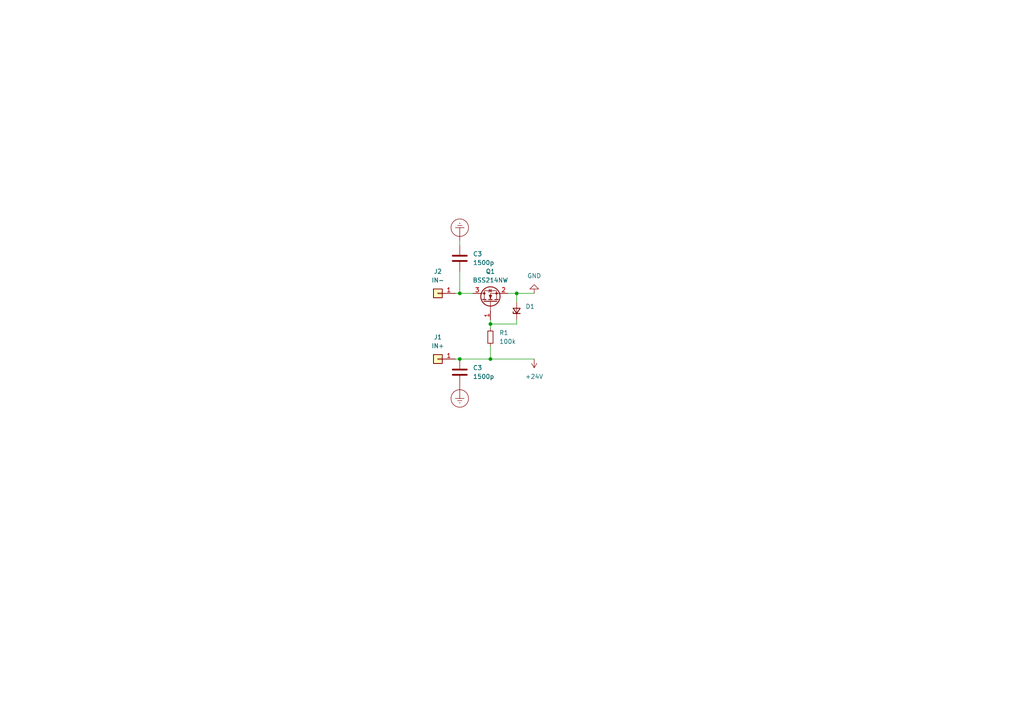
<source format=kicad_sch>
(kicad_sch (version 20230121) (generator eeschema)
  (paper "A4")
  (lib_symbols
    (symbol "Connector_Generic:Conn_01x01" (pin_names (offset 1.016) hide)
      (property "Reference" "J" (at 0 2.54 0))
      (property "Value" "Conn_01x01" (at 0 -2.54 0))
      (symbol "Conn_01x01_1_1"
        (rectangle (start -1.27 0.127) (end 0 -0.127) (stroke (width 0.1524)))
        (rectangle (start -1.27 1.27) (end 1.27 -1.27) (stroke (width 0.254)) (fill (type background)))
        (pin passive line (at -5.08 0 0) (length 3.81) (name "Pin_1") (number "1"))
      )
    )
    (symbol "Device:C" (pin_numbers hide) (pin_names (offset 0.254))
      (property "Reference" "C" (at 0.635 2.54 0))
      (property "Value" "C" (at 0.635 -2.54 0))
      (symbol "C_0_1"
        (polyline (pts (xy -2.032 -0.762) (xy 2.032 -0.762)) (stroke (width 0.508)))
        (polyline (pts (xy -2.032 0.762) (xy 2.032 0.762)) (stroke (width 0.508)))
      )
      (symbol "C_1_1"
        (pin passive line (at 0 3.81 270) (length 2.794) (name "~") (number "1"))
        (pin passive line (at 0 -3.81 90) (length 2.794) (name "~") (number "2"))
      )
    )
    (symbol "Device:D_Zener_Small" (pin_numbers hide) (pin_names (offset 0.254) hide)
      (property "Reference" "D" (at 0 2.286 0))
      (property "Value" "D_Zener_Small" (at 0 -2.286 0))
      (symbol "D_Zener_Small_0_1"
        (polyline (pts (xy 0.762 0) (xy -0.762 0)))
        (polyline (pts (xy -0.254 1.016) (xy -0.762 1.016) (xy -0.762 -1.016)) (stroke (width 0.254)))
        (polyline (pts (xy 0.762 1.016) (xy -0.762 0) (xy 0.762 -1.016) (xy 0.762 1.016)) (stroke (width 0.254)))
      )
      (symbol "D_Zener_Small_1_1"
        (pin passive line (at -2.54 0 0) (length 1.778) (name "K") (number "1"))
        (pin passive line (at 2.54 0 180) (length 1.778) (name "A") (number "2"))
      )
    )
    (symbol "Device:R_Small" (pin_numbers hide) (pin_names (offset 0.254) hide)
      (property "Reference" "R" (at 0.762 0.508 0))
      (property "Value" "R_Small" (at 0.762 -1.016 0))
      (symbol "R_Small_0_1"
        (rectangle (start -0.762 1.778) (end 0.762 -1.778) (stroke (width 0.2032)))
      )
      (symbol "R_Small_1_1"
        (pin passive line (at 0 2.54 270) (length 0.762) (name "~") (number "1"))
        (pin passive line (at 0 -2.54 90) (length 0.762) (name "~") (number "2"))
      )
    )
    (symbol "Transistor_FET:BSS214NW" (pin_names hide)
      (property "Reference" "Q" (at 5.08 1.905 0))
      (property "Value" "BSS214NW" (at 5.08 0 0))
      (symbol "BSS214NW_0_1"
        (polyline (pts (xy 0.254 0) (xy -2.54 0)))
        (polyline (pts (xy 0.254 1.905) (xy 0.254 -1.905)) (stroke (width 0.254)))
        (polyline (pts (xy 0.762 -1.27) (xy 0.762 -2.286)) (stroke (width 0.254)))
        (polyline (pts (xy 0.762 0.508) (xy 0.762 -0.508)) (stroke (width 0.254)))
        (polyline (pts (xy 0.762 2.286) (xy 0.762 1.27)) (stroke (width 0.254)))
        (polyline (pts (xy 2.54 2.54) (xy 2.54 1.778)))
        (polyline (pts (xy 2.54 -2.54) (xy 2.54 0) (xy 0.762 0)))
        (polyline (pts (xy 0.762 -1.778) (xy 3.302 -1.778) (xy 3.302 1.778) (xy 0.762 1.778)))
        (polyline (pts (xy 1.016 0) (xy 2.032 0.381) (xy 2.032 -0.381) (xy 1.016 0)) (fill (type outline)))
        (polyline (pts (xy 2.794 0.508) (xy 2.921 0.381) (xy 3.683 0.381) (xy 3.81 0.254)))
        (polyline (pts (xy 3.302 0.381) (xy 2.921 -0.254) (xy 3.683 -0.254) (xy 3.302 0.381)))
        (circle (center 1.651 0) (radius 2.794) (stroke (width 0.254)))
        (circle (center 2.54 -1.778) (radius 0.254) (fill (type outline)))
        (circle (center 2.54 1.778) (radius 0.254) (fill (type outline)))
      )
      (symbol "BSS214NW_1_1"
        (pin input line (at -5.08 0 0) (length 2.54) (name "G") (number "1"))
        (pin passive line (at 2.54 -5.08 90) (length 2.54) (name "S") (number "2"))
        (pin passive line (at 2.54 5.08 270) (length 2.54) (name "D") (number "3"))
      )
    )
    (symbol "power:+24V" (power) (pin_names (offset 0))
      (property "Value" "+24V" (at 0 3.556 0))
      (symbol "+24V_0_1"
        (polyline (pts (xy -0.762 1.27) (xy 0 2.54)))
        (polyline (pts (xy 0 0) (xy 0 2.54)))
        (polyline (pts (xy 0 2.54) (xy 0.762 1.27)))
      )
      (symbol "+24V_1_1"
        (pin power_in line (at 0 0 90) (length 0) hide (name "+24V") (number "1"))
      )
    )
    (symbol "power:Earth_Protective" (power) (pin_names (offset 0))
      (symbol "Earth_Protective_0_1"
        (circle (center 0 -3.81) (radius 2.54))
        (polyline (pts (xy -0.635 -4.445) (xy 0.635 -4.445)))
        (polyline (pts (xy -0.127 -5.08) (xy 0.127 -5.08)))
        (polyline (pts (xy 0 -3.81) (xy 0 0)))
        (polyline (pts (xy 1.27 -3.81) (xy -1.27 -3.81)))
      )
      (symbol "Earth_Protective_1_1"
        (pin power_in line (at 0 0 270) (length 0) hide (name "Earth_Protective") (number "1"))
      )
    )
    (symbol "power:GND" (power) (pin_names (offset 0))
      (property "Value" "GND" (at 0 -3.81 0))
      (symbol "GND_0_1"
        (polyline (pts (xy 0 0) (xy 0 -1.27) (xy 1.27 -1.27) (xy 0 -2.54) (xy -1.27 -1.27) (xy 0 -1.27)))
      )
      (symbol "GND_1_1"
        (pin power_in line (at 0 0 270) (length 0) hide (name "GND") (number "1"))
      )
    )
  )
  (junction (at 142.24 104.14))
  (junction (at 133.35 104.14))
  (junction (at 149.86 85.09))
  (junction (at 142.24 93.98))
  (junction (at 133.35 85.09))
  (wire (pts (xy 132.08 85.09) (xy 133.35 85.09)))
  (wire (pts (xy 133.35 85.09) (xy 137.16 85.09)))
  (wire (pts (xy 149.86 85.09) (xy 149.86 87.63)))
  (wire (pts (xy 149.86 85.09) (xy 154.94 85.09)))
  (wire (pts (xy 133.35 78.74) (xy 133.35 85.09)))
  (wire (pts (xy 149.86 92.71) (xy 149.86 93.98)))
  (wire (pts (xy 142.24 104.14) (xy 142.24 100.33)))
  (wire (pts (xy 142.24 104.14) (xy 154.94 104.14)))
  (wire (pts (xy 142.24 93.98) (xy 142.24 95.25)))
  (wire (pts (xy 133.35 104.14) (xy 142.24 104.14)))
  (wire (pts (xy 132.08 104.14) (xy 133.35 104.14)))
  (wire (pts (xy 147.32 85.09) (xy 149.86 85.09)))
  (wire (pts (xy 149.86 93.98) (xy 142.24 93.98)))
  (wire (pts (xy 142.24 92.71) (xy 142.24 93.98)))
  (wire (pts (xy 133.35 69.85) (xy 133.35 71.12)))
  (symbol (lib_id "Device:R_Small") (at 142.24 97.79 0) (unit 1)
    (property "Reference" "R1" (at 144.78 96.52 0) (effects (justify left)))
    (property "Value" "100k" (at 144.78 99.06 0) (effects (justify left)))
    (property "Footprint" "Resistor_SMD:R_0805_2012Metric_Pad1.20x1.40mm_HandSolder" (effects hide))
    (instances (project "Плата конденсаторов" (path "" (reference "R1") (unit 1))) (project "Силовая плата" (path "" (reference "R3") (unit 1))))
  )
  (symbol (lib_id "Connector_Generic:Conn_01x01") (at 127 104.14 180) (unit 1)
    (property "Reference" "J1" (at 127 97.79 0))
    (property "Value" "IN+" (at 127 100.33 0))
    (property "Footprint" "Connector_My:Power_Wire" (effects hide))
    (instances (project "Плата конденсаторов" (path "" (reference "J1") (unit 1))) (project "Силовая плата" (path "" (reference "J5") (unit 1))))
  )
  (symbol (lib_id "power:Earth_Protective") (at 133.35 111.76 0) (unit 1)
    (property "Reference" "#PWR010" (effects hide))
    (property "Value" "Earth_Protective" (effects hide))
  )
  (symbol (lib_id "Connector_Generic:Conn_01x01") (at 127 85.09 180) (unit 1)
    (property "Reference" "J2" (at 127 78.74 0))
    (property "Value" "IN-" (at 127 81.28 0))
    (property "Footprint" "Connector_My:Power_Wire" (effects hide))
    (instances (project "Плата конденсаторов" (path "" (reference "J2") (unit 1))) (project "Силовая плата" (path "" (reference "J4") (unit 1))))
  )
  (symbol (lib_id "Device:C") (at 133.35 107.95 0) (unit 1)
    (property "Reference" "C3" (at 137.16 106.68 0) (effects (justify left)))
    (property "Value" "1500p" (at 137.16 109.22 0) (effects (justify left)))
    (property "Footprint" "Capacitor_THT:C_Disc_D7.5mm_W5.0mm_P7.50mm" (effects hide))
    (instances (project "Силовая плата" (path "" (reference "C3") (unit 1)) (path "" (reference "C5") (unit 1)) (path "" (reference "C5") (unit 1))))
  )
  (symbol (lib_id "Device:D_Zener_Small") (at 149.86 90.17 90) (unit 1)
    (property "Reference" "D1" (at 152.4 88.9 90) (effects (justify right)))
    (property "Value" "BZT52C10" (effects hide))
    (property "Footprint" "Diode_SMD:D_SOD-123" (effects hide))
  )
  (symbol (lib_id "power:GND") (at 154.94 85.09 180) (unit 1)
    (property "Reference" "#PWR06" (effects hide))
    (property "Value" "GND" (at 154.94 80.01 0))
    (instances (project "Плата конденсаторов" (path "" (reference "#PWR06") (unit 1))) (project "Силовая плата" (path "" (reference "#PWR015") (unit 1))))
  )
  (symbol (lib_id "power:Earth_Protective") (at 133.35 69.85 180) (unit 1)
    (property "Reference" "#PWR09" (effects hide))
    (property "Value" "Earth_Protective" (effects hide))
  )
  (symbol (lib_id "power:+24V") (at 154.94 104.14 180) (unit 1)
    (property "Reference" "#PWR01" (effects hide))
    (property "Value" "+24V" (at 154.94 109.22 0))
    (instances (project "Силовая плата" (path "" (reference "#PWR01") (unit 1)) (path "" (reference "#PWR016") (unit 1))))
  )
  (symbol (lib_id "Transistor_FET:BSS214NW") (at 142.24 87.63 90) (unit 1)
    (property "Reference" "Q1" (at 142.24 78.74 90))
    (property "Value" "BSS214NW" (at 142.24 81.28 90))
    (property "Footprint" "MOSFET_My:IPTG007N06NM5ATMA1" (effects hide))
    (property "Datasheet" "https://www.infineon.com/dgdl/Infineon-BSS214NW-DS-v02_02-en.pdf?fileId=db3a30431b3e89eb011b695aebc01bde" (effects hide))
    (instances (project "Плата конденсаторов" (path "" (reference "Q1") (unit 1))) (project "Силовая плата" (path "" (reference "Q7") (unit 1))))
  )
  (symbol (lib_id "Device:C") (at 133.35 74.93 0) (unit 1)
    (property "Reference" "C3" (at 137.16 73.66 0) (effects (justify left)))
    (property "Value" "1500p" (at 137.16 76.2 0) (effects (justify left)))
    (property "Footprint" "Capacitor_THT:C_Disc_D7.5mm_W5.0mm_P7.50mm" (effects hide))
    (instances (project "Силовая плата" (path "" (reference "C3") (unit 1)) (path "" (reference "C4") (unit 1)) (path "" (reference "C4") (unit 1))))
  )
)
</source>
